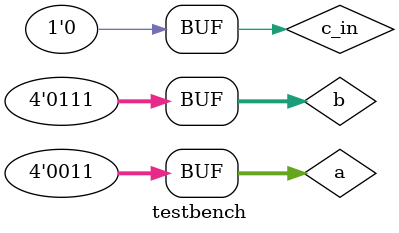
<source format=v>
module testbench();
reg [3:0] a,b;
wire [3:0] sum;
reg c_in;
wire c_out;

full_adder_4 full_add_4( a,b,c_in,c_out, sum);

initial begin
    #5 
    a = 4'b0011;
    b = 4'b0111; 
    c_in = 1'b0;
end
initial begin 
    $monitor( $time , " sum = %b" , sum); 
end
endmodule
</source>
